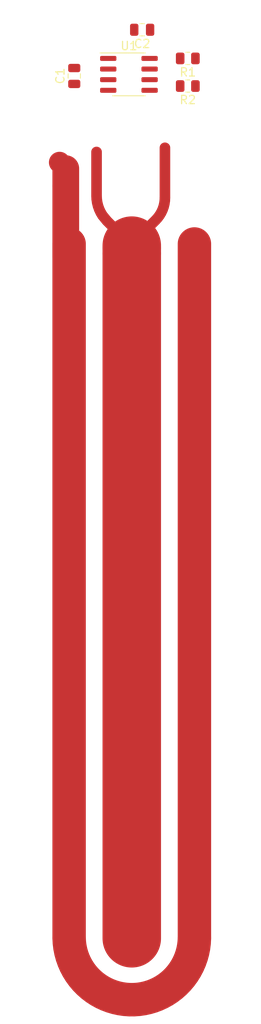
<source format=kicad_pcb>
(kicad_pcb (version 20221018) (generator pcbnew)
  (layers (0 "F.Cu" signal) (31 "B.Cu" signal) (34 "B.Paste" user) (35 "F.Paste" user) (36 "B.SilkS" user "B.Silkscreen") (37 "F.SilkS" user "F.Silkscreen") (38 "B.Mask" user) (39 "F.Mask" user) (44 "Edge.Cuts" user))
  (net 0 "")
  (net 1 "PROBEGND")
  (net 2 "PROBE")
  (net 3 "FREQOUT")
  (net 4 "VCC")
  (net 5 "Net-(U1-CV)")
  (net 6 "Net-(U1-DIS)")
  (footprint "Resistor_SMD:R_0805_2012Metric" (layer "F.Cu") (at 80.645 70.485 180)
    (fp_text reference "R1" (at 0 -1.65) (layer "F.SilkS"))
    (fp_text value "10k")
    (fp_line (start -0.227064 -0.735) (end 0.227064 -0.735) (stroke (width 0.12)) (layer "F.SilkS"))
    (fp_line (start -0.227064 0.735) (end 0.227064 0.735) (stroke (width 0.12)) (layer "F.SilkS"))
    (pad "1" smd roundrect (at -0.9125 0 180) (size 1.025 1.4) (layers "F.Cu" "F.Paste" "F.Mask") (roundrect_rratio 0.243902) (net 6 "Net-(U1-DIS)"))
    (pad "2" smd roundrect (at 0.9125 0 180) (size 1.025 1.4) (layers "F.Cu" "F.Paste" "F.Mask") (roundrect_rratio 0.243902) (net 4 "VCC"))
  )
  (footprint "Resistor_SMD:R_0805_2012Metric" (layer "F.Cu") (at 80.645 73.787 180)
    (fp_text reference "R2" (at 0 -1.65) (layer "F.SilkS"))
    (fp_text value "1M")
    (fp_line (start -0.227064 -0.735) (end 0.227064 -0.735) (stroke (width 0.12)) (layer "F.SilkS"))
    (fp_line (start -0.227064 0.735) (end 0.227064 0.735) (stroke (width 0.12)) (layer "F.SilkS"))
    (pad "1" smd roundrect (at -0.9125 0 180) (size 1.025 1.4) (layers "F.Cu" "F.Paste" "F.Mask") (roundrect_rratio 0.243902) (net 6 "Net-(U1-DIS)"))
    (pad "2" smd roundrect (at 0.9125 0 180) (size 1.025 1.4) (layers "F.Cu" "F.Paste" "F.Mask") (roundrect_rratio 0.243902) (net 2 "PROBE"))
  )
  (footprint "Package_SO:SOIC-8_3.9x4.9mm_P1.27mm" (layer "F.Cu") (at 73.598 72.39)
    (fp_text reference "U1" (at 0 -3.4) (layer "F.SilkS"))
    (fp_text value "TLC555xD")
    (fp_line (start 0 -2.56) (end -3.45 -2.56) (stroke (width 0.12)) (layer "F.SilkS"))
    (fp_line (start 0 -2.56) (end 1.95 -2.56) (stroke (width 0.12)) (layer "F.SilkS"))
    (fp_line (start 0 2.56) (end -1.95 2.56) (stroke (width 0.12)) (layer "F.SilkS"))
    (fp_line (start 0 2.56) (end 1.95 2.56) (stroke (width 0.12)) (layer "F.SilkS"))
    (pad "1" smd roundrect (at -2.475 -1.905) (size 1.95 0.6) (layers "F.Cu" "F.Paste" "F.Mask") (net 1 "PROBEGND"))
    (pad "2" smd roundrect (at -2.475 -0.635) (size 1.95 0.6) (layers "F.Cu" "F.Paste" "F.Mask") (net 2 "PROBE"))
    (pad "3" smd roundrect (at -2.475 0.635) (size 1.95 0.6) (layers "F.Cu" "F.Paste" "F.Mask") (net 3 "FREQOUT"))
    (pad "4" smd roundrect (at -2.475 1.905) (size 1.95 0.6) (layers "F.Cu" "F.Paste" "F.Mask") (net 4 "VCC"))
    (pad "5" smd roundrect (at 2.475 1.905) (size 1.95 0.6) (layers "F.Cu" "F.Paste" "F.Mask") (net 5 "Net-(U1-CV)"))
    (pad "6" smd roundrect (at 2.475 0.635) (size 1.95 0.6) (layers "F.Cu" "F.Paste" "F.Mask") (net 2 "PROBE"))
    (pad "7" smd roundrect (at 2.475 -0.635) (size 1.95 0.6) (layers "F.Cu" "F.Paste" "F.Mask") (net 6 "Net-(U1-DIS)"))
    (pad "8" smd roundrect (at 2.475 -1.905) (size 1.95 0.6) (layers "F.Cu" "F.Paste" "F.Mask") (net 4 "VCC"))
  )
  (footprint "Capacitor_SMD:C_0805_2012Metric" (layer "F.Cu") (at 75.184 67.056 180)
    (fp_text reference "C2" (at 0 -1.68) (layer "F.SilkS"))
    (fp_text value "10n")
    (fp_line (start -0.261252 -0.735) (end 0.261252 -0.735) (stroke (width 0.12)) (layer "F.SilkS"))
    (fp_line (start -0.261252 0.735) (end 0.261252 0.735) (stroke (width 0.12)) (layer "F.SilkS"))
    (pad "1" smd roundrect (at -0.95 0 180) (size 1 1.45) (layers "F.Cu" "F.Paste" "F.Mask") (net 5 "Net-(U1-CV)"))
    (pad "2" smd roundrect (at 0.95 0 180) (size 1 1.45) (layers "F.Cu" "F.Paste" "F.Mask") (net 1 "PROBEGND"))
  )
  (footprint "Capacitor_SMD:C_0805_2012Metric" (layer "F.Cu") (at 67.056 72.583 90)
    (fp_text reference "C1" (at 0 -1.68 90) (layer "F.SilkS"))
    (fp_text value "100n")
    (fp_line (start -0.261252 -0.735) (end 0.261252 -0.735) (stroke (width 0.12)) (layer "F.SilkS"))
    (fp_line (start -0.261252 0.735) (end 0.261252 0.735) (stroke (width 0.12)) (layer "F.SilkS"))
    (pad "1" smd roundrect (at -0.95 0 90) (size 1 1.45) (layers "F.Cu" "F.Paste" "F.Mask") (net 4 "VCC"))
    (pad "2" smd roundrect (at 0.95 0 90) (size 1 1.45) (layers "F.Cu" "F.Paste" "F.Mask") (net 1 "PROBEGND"))
  )
  (segment (start 70.06849 181.940467) (end 69.614489 181.644067) (width 4) (layer "F.Cu") (net 1))
  (segment (start 78.695714 181.315648) (end 78.264309 181.644068) (width 4) (layer "F.Cu") (net 1))
  (segment (start 66.641574 177.249451) (end 66.535381 176.717763) (width 4) (layer "F.Cu") (net 1))
  (segment (start 69.614489 181.644067) (end 69.183085 181.315647) (width 4) (layer "F.Cu") (net 1))
  (segment (start 66.535381 176.717763) (end 66.467872 176.179792) (width 4) (layer "F.Cu") (net 1))
  (segment (start 81.343419 176.717764) (end 81.237226 177.249453) (width 4) (layer "F.Cu") (net 1))
  (segment (start 80.152302 179.718395) (end 79.83247 180.156205) (width 4) (layer "F.Cu") (net 1))
  (segment (start 81.4394 92.6696) (end 81.4394 175.63835) (width 4) (layer "F.Cu") (net 1))
  (segment (start 81.4394 175.638352) (end 81.410928 176.179793) (width 4) (layer "F.Cu") (net 1))
  (segment (start 77.810308 181.940468) (end 77.336083 182.203299) (width 4) (layer "F.Cu") (net 1))
  (segment (start 66.04 83.6632) (end 66.04 85.7422) (width 3.2) (layer "F.Cu") (net 1))
  (segment (start 81.092903 177.772082) (end 80.911206 178.282921) (width 4) (layer "F.Cu") (net 1))
  (segment (start 66.04 85.7422) (end 66.04 94.175) (width 3.2) (layer "F.Cu") (net 1))
  (segment (start 80.439674 179.258626) (end 80.152302 179.718395) (width 4) (layer "F.Cu") (net 1))
  (segment (start 71.034688 182.431187) (end 70.542716 182.203298) (width 4) (layer "F.Cu") (net 1))
  (segment (start 76.336962 182.622943) (end 75.817286 182.777563) (width 4) (layer "F.Cu") (net 1))
  (segment (start 68.046329 180.156203) (end 67.726497 179.718394) (width 4) (layer "F.Cu") (net 1))
  (segment (start 80.693083 178.7793) (end 80.439674 179.258626) (width 4) (layer "F.Cu") (net 1))
  (segment (start 68.396951 180.569766) (end 68.046329 180.156203) (width 4) (layer "F.Cu") (net 1))
  (segment (start 73.127531 182.972367) (end 72.590999 182.894241) (width 4) (layer "F.Cu") (net 1))
  (segment (start 66.4394 92.6696) (end 66.4394 175.63835) (width 4) (layer "F.Cu") (net 1))
  (segment (start 67.726497 179.718394) (end 67.439126 179.258625) (width 4) (layer "F.Cu") (net 1))
  (segment (start 74.751268 182.972367) (end 74.210494 183.011532) (width 4) (layer "F.Cu") (net 1))
  (segment (start 75.2878 182.894241) (end 74.751268 182.972367) (width 4) (layer "F.Cu") (net 1))
  (segment (start 66.967593 178.282919) (end 66.785896 177.77208) (width 4) (layer "F.Cu") (net 1))
  (segment (start 80.911206 178.282921) (end 80.693083 178.7793) (width 4) (layer "F.Cu") (net 1))
  (segment (start 69.183085 181.315647) (end 68.77653 180.956922) (width 4) (layer "F.Cu") (net 1))
  (segment (start 65.2926 82.9158) (end 66.04 83.6632) (width 2.54) (layer "F.Cu") (net 1))
  (segment (start 66.467872 176.179792) (end 66.4394 175.63835) (width 4) (layer "F.Cu") (net 1))
  (segment (start 72.590999 182.894241) (end 72.061512 182.777563) (width 4) (layer "F.Cu") (net 1))
  (segment (start 79.83247 180.156205) (end 79.481848 180.569768) (width 4) (layer "F.Cu") (net 1))
  (segment (start 66.785896 177.77208) (end 66.641574 177.249451) (width 4) (layer "F.Cu") (net 1))
  (segment (start 79.481848 180.569768) (end 79.102268 180.956923) (width 4) (layer "F.Cu") (net 1))
  (segment (start 70.542716 182.203298) (end 70.06849 181.940467) (width 4) (layer "F.Cu") (net 1))
  (segment (start 66.4394 92.6696) (end 66.04 92.2702) (width 2.54) (layer "F.Cu") (net 1))
  (segment (start 81.4394 175.63835) (end 81.4394 175.638352) (width 4) (layer "F.Cu") (net 1))
  (segment (start 67.439126 179.258625) (end 67.185716 178.779298) (width 4) (layer "F.Cu") (net 1))
  (segment (start 81.410928 176.179793) (end 81.343419 176.717764) (width 4) (layer "F.Cu") (net 1))
  (segment (start 67.185716 178.779298) (end 66.967593 178.282919) (width 4) (layer "F.Cu") (net 1))
  (segment (start 68.77653 180.956922) (end 68.396951 180.569766) (width 4) (layer "F.Cu") (net 1))
  (segment (start 77.336083 182.203299) (end 76.84411 182.431187) (width 4) (layer "F.Cu") (net 1))
  (segment (start 71.541837 182.622942) (end 71.034688 182.431187) (width 4) (layer "F.Cu") (net 1))
  (segment (start 81.237226 177.249453) (end 81.092903 177.772082) (width 4) (layer "F.Cu") (net 1))
  (segment (start 76.84411 182.431187) (end 76.336962 182.622943) (width 4) (layer "F.Cu") (net 1))
  (segment (start 74.210494 183.011532) (end 73.668304 183.011532) (width 4) (layer "F.Cu") (net 1))
  (segment (start 75.817286 182.777563) (end 75.2878 182.894241) (width 4) (layer "F.Cu") (net 1))
  (segment (start 79.102268 180.956923) (end 78.695714 181.315648) (width 4) (layer "F.Cu") (net 1))
  (segment (start 66.04 92.2702) (end 66.04 85.7422) (width 2.54) (layer "F.Cu") (net 1))
  (segment (start 78.264309 181.644068) (end 77.810308 181.940468) (width 4) (layer "F.Cu") (net 1))
  (segment (start 72.061512 182.777563) (end 71.541837 182.622942) (width 4) (layer "F.Cu") (net 1))
  (segment (start 73.668304 183.011532) (end 73.127531 182.972367) (width 4) (layer "F.Cu") (net 1))
  (segment (start 73.9394 92.8696) (end 73.9394 93.159) (width 7) (layer "F.Cu") (net 2))
  (segment (start 69.723 81.6696) (end 69.723 86.906475) (width 1.27) (layer "F.Cu") (net 2))
  (segment (start 77.909 81.1696) (end 77.909 87.126275) (width 1.27) (layer "F.Cu") (net 2))
  (segment (start 69.723 86.906475) (end 69.723 86.906475) (width 1.27) (layer "F.Cu") (net 2))
  (segment (start 77.909 87.126275) (end 77.890705 87.498672) (width 1.27) (layer "F.Cu") (net 2))
  (segment (start 77.745403 88.229156) (end 77.619795 88.580207) (width 1.27) (layer "F.Cu") (net 2))
  (segment (start 77.460383 88.917256) (end 77.268702 89.237057) (width 1.27) (layer "F.Cu") (net 2))
  (segment (start 77.909 87.126275) (end 77.909 87.126275) (width 1.27) (layer "F.Cu") (net 2))
  (segment (start 73.9394 93.159) (end 73.9394 93.8194) (width 7) (layer "F.Cu") (net 2))
  (segment (start 69.905621 88.137605) (end 70.045836 88.529479) (width 1.27) (layer "F.Cu") (net 2))
  (segment (start 77.268702 89.237057) (end 77.046598 89.53653) (width 1.27) (layer "F.Cu") (net 2))
  (segment (start 77.619795 88.580207) (end 77.460383 88.917256) (width 1.27) (layer "F.Cu") (net 2))
  (segment (start 69.804492 87.733875) (end 69.905621 88.137605) (width 1.27) (layer "F.Cu") (net 2))
  (segment (start 77.890705 87.498672) (end 77.835997 87.867483) (width 1.27) (layer "F.Cu") (net 2))
  (segment (start 70.437757 89.262711) (end 70.965194 89.905394) (width 1.27) (layer "F.Cu") (net 2))
  (segment (start 69.743422 87.322177) (end 69.804492 87.733875) (width 1.27) (layer "F.Cu") (net 2))
  (segment (start 76.796209 89.812791) (end 73.9394 92.6696) (width 1.27) (layer "F.Cu") (net 2))
  (segment (start 69.723 86.906475) (end 69.743422 87.322177) (width 1.27) (layer "F.Cu") (net 2))
  (segment (start 73.9394 93.8194) (end 73.9394 175.6696) (width 7) (layer "F.Cu") (net 2))
  (segment (start 77.046598 89.53653) (end 76.796209 89.812791) (width 1.27) (layer "F.Cu") (net 2))
  (segment (start 70.965194 89.905394) (end 73.9394 92.8796) (width 1.27) (layer "F.Cu") (net 2))
  (segment (start 70.045836 88.529479) (end 70.223786 88.905722) (width 1.27) (layer "F.Cu") (net 2))
  (segment (start 77.835997 87.867483) (end 77.745403 88.229156) (width 1.27) (layer "F.Cu") (net 2))
  (segment (start 70.223786 88.905722) (end 70.437757 89.262711) (width 1.27) (layer "F.Cu") (net 2))
)
</source>
